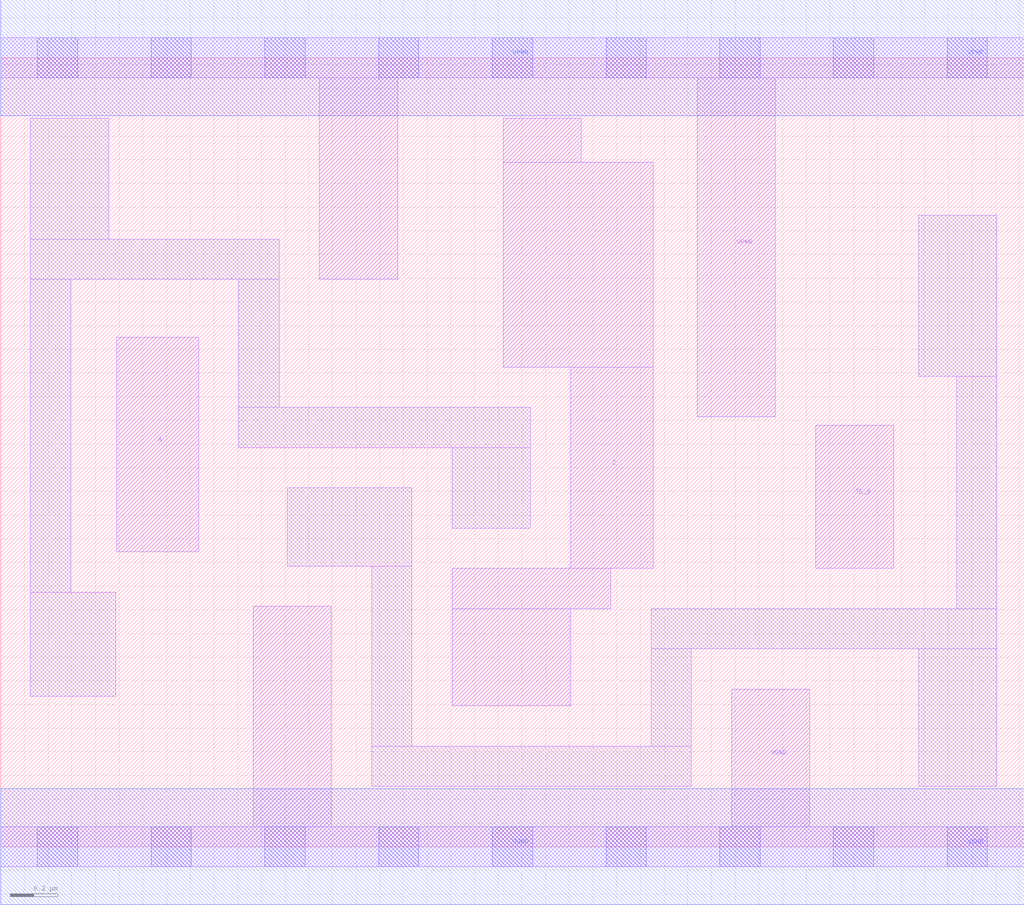
<source format=lef>
# Copyright 2020 The SkyWater PDK Authors
#
# Licensed under the Apache License, Version 2.0 (the "License");
# you may not use this file except in compliance with the License.
# You may obtain a copy of the License at
#
#     https://www.apache.org/licenses/LICENSE-2.0
#
# Unless required by applicable law or agreed to in writing, software
# distributed under the License is distributed on an "AS IS" BASIS,
# WITHOUT WARRANTIES OR CONDITIONS OF ANY KIND, either express or implied.
# See the License for the specific language governing permissions and
# limitations under the License.
#
# SPDX-License-Identifier: Apache-2.0

VERSION 5.7 ;
  NAMESCASESENSITIVE ON ;
  NOWIREEXTENSIONATPIN ON ;
  DIVIDERCHAR "/" ;
  BUSBITCHARS "[]" ;
UNITS
  DATABASE MICRONS 200 ;
END UNITS
MACRO sky130_fd_sc_lp__ebufn_lp
  CLASS CORE ;
  SOURCE USER ;
  FOREIGN sky130_fd_sc_lp__ebufn_lp ;
  ORIGIN  0.000000  0.000000 ;
  SIZE  4.320000 BY  3.330000 ;
  SYMMETRY X Y R90 ;
  SITE unit ;
  PIN A
    ANTENNAGATEAREA  0.318000 ;
    DIRECTION INPUT ;
    USE SIGNAL ;
    PORT
      LAYER li1 ;
        RECT 0.490000 1.245000 0.835000 2.150000 ;
    END
  END A
  PIN TE_B
    ANTENNAGATEAREA  0.507000 ;
    DIRECTION INPUT ;
    USE SIGNAL ;
    PORT
      LAYER li1 ;
        RECT 3.440000 1.175000 3.770000 1.780000 ;
    END
  END TE_B
  PIN Z
    ANTENNADIFFAREA  0.598500 ;
    DIRECTION OUTPUT ;
    USE SIGNAL ;
    PORT
      LAYER li1 ;
        RECT 1.905000 0.595000 2.405000 1.005000 ;
        RECT 1.905000 1.005000 2.575000 1.175000 ;
        RECT 2.120000 2.025000 2.755000 2.890000 ;
        RECT 2.120000 2.890000 2.450000 3.075000 ;
        RECT 2.405000 1.175000 2.755000 2.025000 ;
    END
  END Z
  PIN VGND
    DIRECTION INOUT ;
    USE GROUND ;
    PORT
      LAYER li1 ;
        RECT 0.000000 -0.085000 4.320000 0.085000 ;
        RECT 1.065000  0.085000 1.395000 1.015000 ;
        RECT 3.085000  0.085000 3.415000 0.665000 ;
      LAYER mcon ;
        RECT 0.155000 -0.085000 0.325000 0.085000 ;
        RECT 0.635000 -0.085000 0.805000 0.085000 ;
        RECT 1.115000 -0.085000 1.285000 0.085000 ;
        RECT 1.595000 -0.085000 1.765000 0.085000 ;
        RECT 2.075000 -0.085000 2.245000 0.085000 ;
        RECT 2.555000 -0.085000 2.725000 0.085000 ;
        RECT 3.035000 -0.085000 3.205000 0.085000 ;
        RECT 3.515000 -0.085000 3.685000 0.085000 ;
        RECT 3.995000 -0.085000 4.165000 0.085000 ;
      LAYER met1 ;
        RECT 0.000000 -0.245000 4.320000 0.245000 ;
    END
  END VGND
  PIN VPWR
    DIRECTION INOUT ;
    USE POWER ;
    PORT
      LAYER li1 ;
        RECT 0.000000 3.245000 4.320000 3.415000 ;
        RECT 1.345000 2.395000 1.675000 3.245000 ;
        RECT 2.940000 1.815000 3.270000 3.245000 ;
      LAYER mcon ;
        RECT 0.155000 3.245000 0.325000 3.415000 ;
        RECT 0.635000 3.245000 0.805000 3.415000 ;
        RECT 1.115000 3.245000 1.285000 3.415000 ;
        RECT 1.595000 3.245000 1.765000 3.415000 ;
        RECT 2.075000 3.245000 2.245000 3.415000 ;
        RECT 2.555000 3.245000 2.725000 3.415000 ;
        RECT 3.035000 3.245000 3.205000 3.415000 ;
        RECT 3.515000 3.245000 3.685000 3.415000 ;
        RECT 3.995000 3.245000 4.165000 3.415000 ;
      LAYER met1 ;
        RECT 0.000000 3.085000 4.320000 3.575000 ;
    END
  END VPWR
  OBS
    LAYER li1 ;
      RECT 0.125000 0.635000 0.485000 1.075000 ;
      RECT 0.125000 1.075000 0.295000 2.395000 ;
      RECT 0.125000 2.395000 1.175000 2.565000 ;
      RECT 0.125000 2.565000 0.455000 3.075000 ;
      RECT 1.005000 1.685000 2.235000 1.855000 ;
      RECT 1.005000 1.855000 1.175000 2.395000 ;
      RECT 1.210000 1.185000 1.735000 1.515000 ;
      RECT 1.565000 0.255000 2.915000 0.425000 ;
      RECT 1.565000 0.425000 1.735000 1.185000 ;
      RECT 1.905000 1.345000 2.235000 1.685000 ;
      RECT 2.745000 0.425000 2.915000 0.835000 ;
      RECT 2.745000 0.835000 4.205000 1.005000 ;
      RECT 3.875000 0.255000 4.205000 0.835000 ;
      RECT 3.875000 1.985000 4.205000 2.665000 ;
      RECT 4.035000 1.005000 4.205000 1.985000 ;
  END
END sky130_fd_sc_lp__ebufn_lp

</source>
